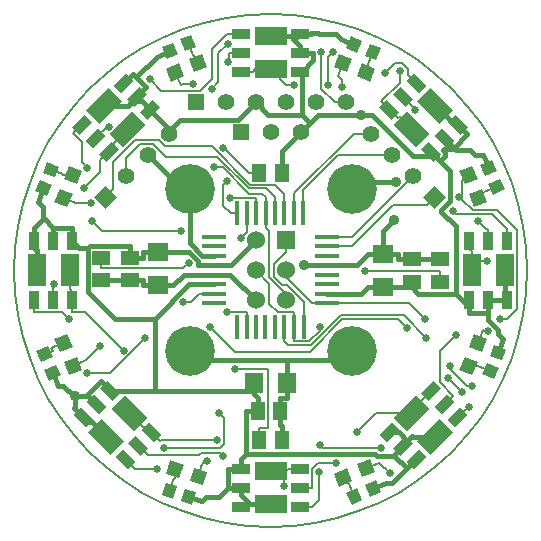
<source format=gtl>
G04 (created by PCBNEW-RS274X (2012-jan-04)-stable) date Wed 09 May 2012 11:46:24 AM CEST*
G01*
G70*
G90*
%MOIN*%
G04 Gerber Fmt 3.4, Leading zero omitted, Abs format*
%FSLAX34Y34*%
G04 APERTURE LIST*
%ADD10C,0.006000*%
%ADD11C,0.008000*%
%ADD12R,0.059100X0.035400*%
%ADD13R,0.106300X0.063000*%
%ADD14C,0.165400*%
%ADD15R,0.078700X0.017700*%
%ADD16R,0.017700X0.078700*%
%ADD17R,0.060000X0.060000*%
%ADD18C,0.060000*%
%ADD19R,0.059000X0.051100*%
%ADD20R,0.051100X0.059000*%
%ADD21R,0.055000X0.055000*%
%ADD22C,0.055000*%
%ADD23R,0.070800X0.062900*%
%ADD24R,0.062900X0.070800*%
%ADD25R,0.035400X0.059100*%
%ADD26R,0.063000X0.106300*%
%ADD27C,0.025000*%
%ADD28C,0.035000*%
%ADD29C,0.016000*%
G04 APERTURE END LIST*
G54D10*
G54D11*
X32750Y-19300D02*
X32005Y-19333D01*
X31266Y-19430D01*
X30538Y-19592D01*
X29826Y-19816D01*
X29137Y-20102D01*
X28476Y-20446D01*
X27846Y-20847D01*
X27255Y-21301D01*
X26705Y-21805D01*
X26201Y-22355D01*
X25747Y-22946D01*
X25346Y-23576D01*
X25002Y-24237D01*
X24716Y-24926D01*
X24492Y-25638D01*
X24330Y-26366D01*
X24233Y-27105D01*
X24200Y-27850D01*
X24200Y-27850D02*
X24233Y-28595D01*
X24330Y-29334D01*
X24492Y-30062D01*
X24716Y-30774D01*
X25002Y-31463D01*
X25346Y-32124D01*
X25747Y-32754D01*
X26201Y-33345D01*
X26705Y-33895D01*
X27255Y-34399D01*
X27846Y-34853D01*
X28476Y-35254D01*
X29137Y-35598D01*
X29826Y-35884D01*
X30538Y-36108D01*
X31266Y-36270D01*
X32005Y-36367D01*
X32750Y-36400D01*
X32750Y-36400D02*
X33495Y-36367D01*
X34234Y-36270D01*
X34962Y-36108D01*
X35674Y-35884D01*
X36363Y-35598D01*
X37025Y-35254D01*
X37654Y-34853D01*
X38245Y-34399D01*
X38795Y-33895D01*
X39299Y-33345D01*
X39753Y-32754D01*
X40154Y-32124D01*
X40498Y-31463D01*
X40784Y-30774D01*
X41008Y-30062D01*
X41170Y-29334D01*
X41267Y-28595D01*
X41300Y-27850D01*
X41300Y-27850D02*
X41267Y-27105D01*
X41170Y-26366D01*
X41008Y-25638D01*
X40784Y-24926D01*
X40498Y-24237D01*
X40154Y-23576D01*
X39753Y-22946D01*
X39299Y-22355D01*
X38795Y-21805D01*
X38245Y-21301D01*
X37654Y-20847D01*
X37025Y-20446D01*
X36363Y-20102D01*
X35674Y-19816D01*
X34962Y-19592D01*
X34234Y-19430D01*
X33495Y-19333D01*
X32750Y-19300D01*
G54D10*
G36*
X37683Y-21943D02*
X37266Y-21526D01*
X37517Y-21275D01*
X37934Y-21692D01*
X37683Y-21943D01*
X37683Y-21943D01*
G37*
G36*
X37237Y-22388D02*
X36820Y-21971D01*
X37071Y-21720D01*
X37488Y-22137D01*
X37237Y-22388D01*
X37237Y-22388D01*
G37*
G36*
X36792Y-22834D02*
X36375Y-22417D01*
X36626Y-22166D01*
X37043Y-22583D01*
X36792Y-22834D01*
X36792Y-22834D01*
G37*
G36*
X38183Y-24225D02*
X37766Y-23808D01*
X38017Y-23557D01*
X38434Y-23974D01*
X38183Y-24225D01*
X38183Y-24225D01*
G37*
G36*
X38629Y-23780D02*
X38212Y-23363D01*
X38463Y-23112D01*
X38880Y-23529D01*
X38629Y-23780D01*
X38629Y-23780D01*
G37*
G36*
X39074Y-23334D02*
X38657Y-22917D01*
X38908Y-22666D01*
X39325Y-23083D01*
X39074Y-23334D01*
X39074Y-23334D01*
G37*
G36*
X37613Y-23738D02*
X36862Y-22987D01*
X37307Y-22542D01*
X38058Y-23293D01*
X37613Y-23738D01*
X37613Y-23738D01*
G37*
G36*
X38393Y-22958D02*
X37642Y-22207D01*
X38087Y-21762D01*
X38838Y-22513D01*
X38393Y-22958D01*
X38393Y-22958D01*
G37*
G54D12*
X31766Y-19970D03*
X31766Y-20600D03*
X31766Y-21230D03*
X33734Y-21230D03*
X33734Y-20600D03*
X33734Y-19970D03*
G54D13*
X32750Y-21151D03*
X32750Y-20049D03*
G54D10*
G36*
X25964Y-29961D02*
X26148Y-30395D01*
X25714Y-30579D01*
X25530Y-30145D01*
X25964Y-29961D01*
X25964Y-29961D01*
G37*
G36*
X26286Y-30721D02*
X26470Y-31155D01*
X26036Y-31339D01*
X25852Y-30905D01*
X26286Y-30721D01*
X26286Y-30721D01*
G37*
G36*
X26462Y-24537D02*
X26285Y-24974D01*
X25848Y-24797D01*
X26025Y-24360D01*
X26462Y-24537D01*
X26462Y-24537D01*
G37*
G36*
X26152Y-25303D02*
X25975Y-25740D01*
X25538Y-25563D01*
X25715Y-25126D01*
X26152Y-25303D01*
X26152Y-25303D01*
G37*
G36*
X39536Y-25739D02*
X39352Y-25305D01*
X39786Y-25121D01*
X39970Y-25555D01*
X39536Y-25739D01*
X39536Y-25739D01*
G37*
G36*
X39214Y-24979D02*
X39030Y-24545D01*
X39464Y-24361D01*
X39648Y-24795D01*
X39214Y-24979D01*
X39214Y-24979D01*
G37*
G36*
X39038Y-31163D02*
X39215Y-30726D01*
X39652Y-30903D01*
X39475Y-31340D01*
X39038Y-31163D01*
X39038Y-31163D01*
G37*
G36*
X39348Y-30397D02*
X39525Y-29960D01*
X39962Y-30137D01*
X39785Y-30574D01*
X39348Y-30397D01*
X39348Y-30397D01*
G37*
G36*
X34861Y-34636D02*
X35295Y-34452D01*
X35479Y-34886D01*
X35045Y-35070D01*
X34861Y-34636D01*
X34861Y-34636D01*
G37*
G36*
X35621Y-34314D02*
X36055Y-34130D01*
X36239Y-34564D01*
X35805Y-34748D01*
X35621Y-34314D01*
X35621Y-34314D01*
G37*
G36*
X29398Y-34184D02*
X29850Y-34322D01*
X29712Y-34774D01*
X29260Y-34636D01*
X29398Y-34184D01*
X29398Y-34184D01*
G37*
G36*
X30188Y-34426D02*
X30640Y-34564D01*
X30502Y-35016D01*
X30050Y-34878D01*
X30188Y-34426D01*
X30188Y-34426D01*
G37*
G36*
X30639Y-21064D02*
X30205Y-21248D01*
X30021Y-20814D01*
X30455Y-20630D01*
X30639Y-21064D01*
X30639Y-21064D01*
G37*
G36*
X29879Y-21386D02*
X29445Y-21570D01*
X29261Y-21136D01*
X29695Y-20952D01*
X29879Y-21386D01*
X29879Y-21386D01*
G37*
G36*
X36063Y-21562D02*
X35626Y-21385D01*
X35803Y-20948D01*
X36240Y-21125D01*
X36063Y-21562D01*
X36063Y-21562D01*
G37*
G36*
X35297Y-21252D02*
X34860Y-21075D01*
X35037Y-20638D01*
X35474Y-20815D01*
X35297Y-21252D01*
X35297Y-21252D01*
G37*
G54D14*
X35450Y-30550D03*
X35450Y-25150D03*
X30050Y-25150D03*
X30050Y-30550D03*
G54D15*
X30854Y-28943D03*
X30854Y-28628D03*
X30854Y-28313D03*
X30854Y-27998D03*
X30854Y-27683D03*
X30854Y-27368D03*
X30854Y-27053D03*
X30854Y-26738D03*
X34620Y-26740D03*
X34620Y-28950D03*
X34620Y-28630D03*
X34620Y-28310D03*
X34620Y-28000D03*
X34620Y-27680D03*
X34620Y-27370D03*
X34620Y-27050D03*
G54D16*
X31638Y-25950D03*
X31952Y-25950D03*
X32268Y-25950D03*
X32582Y-25950D03*
X32898Y-25950D03*
X33212Y-25950D03*
X33528Y-25950D03*
X33842Y-25950D03*
X31640Y-29730D03*
X31950Y-29730D03*
X32270Y-29730D03*
X32580Y-29730D03*
X32890Y-29730D03*
X33210Y-29730D03*
X33530Y-29730D03*
X33850Y-29730D03*
G54D17*
X33250Y-26850D03*
G54D18*
X32250Y-26850D03*
X33250Y-27850D03*
X32250Y-27850D03*
X33250Y-28850D03*
X32250Y-28850D03*
G54D19*
X27100Y-27426D03*
X27100Y-28174D03*
G54D20*
X32376Y-24600D03*
X33124Y-24600D03*
X32376Y-33500D03*
X33124Y-33500D03*
G54D19*
X38400Y-28224D03*
X38400Y-27476D03*
G54D20*
X32326Y-32550D03*
X33074Y-32550D03*
G54D21*
X30250Y-22250D03*
G54D22*
X31250Y-22250D03*
X32250Y-22250D03*
X33250Y-22250D03*
X34250Y-22250D03*
X35250Y-22250D03*
G54D10*
G36*
X27239Y-25800D02*
X26850Y-25411D01*
X27239Y-25022D01*
X27628Y-25411D01*
X27239Y-25800D01*
X27239Y-25800D01*
G37*
G54D22*
X27946Y-24704D03*
X28654Y-23996D03*
X29361Y-23289D03*
G54D10*
G36*
X38600Y-25411D02*
X38211Y-25800D01*
X37822Y-25411D01*
X38211Y-25022D01*
X38600Y-25411D01*
X38600Y-25411D01*
G37*
G54D22*
X37504Y-24704D03*
X36796Y-23996D03*
X36089Y-23289D03*
G54D23*
X29000Y-27249D03*
X29000Y-28351D03*
X36500Y-28401D03*
X36500Y-27299D03*
G54D19*
X28050Y-27426D03*
X28050Y-28174D03*
X37450Y-28224D03*
X37450Y-27476D03*
G54D24*
X32199Y-31600D03*
X33301Y-31600D03*
G54D12*
X33734Y-35730D03*
X33734Y-35100D03*
X33734Y-34470D03*
X31766Y-34470D03*
X31766Y-35100D03*
X31766Y-35730D03*
G54D13*
X32750Y-34549D03*
X32750Y-35651D03*
G54D10*
G36*
X38657Y-32833D02*
X39074Y-32416D01*
X39325Y-32667D01*
X38908Y-33084D01*
X38657Y-32833D01*
X38657Y-32833D01*
G37*
G36*
X38212Y-32387D02*
X38629Y-31970D01*
X38880Y-32221D01*
X38463Y-32638D01*
X38212Y-32387D01*
X38212Y-32387D01*
G37*
G36*
X37766Y-31942D02*
X38183Y-31525D01*
X38434Y-31776D01*
X38017Y-32193D01*
X37766Y-31942D01*
X37766Y-31942D01*
G37*
G36*
X36375Y-33333D02*
X36792Y-32916D01*
X37043Y-33167D01*
X36626Y-33584D01*
X36375Y-33333D01*
X36375Y-33333D01*
G37*
G36*
X36820Y-33779D02*
X37237Y-33362D01*
X37488Y-33613D01*
X37071Y-34030D01*
X36820Y-33779D01*
X36820Y-33779D01*
G37*
G36*
X37266Y-34224D02*
X37683Y-33807D01*
X37934Y-34058D01*
X37517Y-34475D01*
X37266Y-34224D01*
X37266Y-34224D01*
G37*
G36*
X36862Y-32763D02*
X37613Y-32012D01*
X38058Y-32457D01*
X37307Y-33208D01*
X36862Y-32763D01*
X36862Y-32763D01*
G37*
G36*
X37642Y-33543D02*
X38393Y-32792D01*
X38838Y-33237D01*
X38087Y-33988D01*
X37642Y-33543D01*
X37642Y-33543D01*
G37*
G54D25*
X40630Y-26866D03*
X40000Y-26866D03*
X39370Y-26866D03*
X39370Y-28834D03*
X40000Y-28834D03*
X40630Y-28834D03*
G54D26*
X39449Y-27850D03*
X40551Y-27850D03*
G54D10*
G36*
X26793Y-22917D02*
X26376Y-23334D01*
X26125Y-23083D01*
X26542Y-22666D01*
X26793Y-22917D01*
X26793Y-22917D01*
G37*
G36*
X27238Y-23363D02*
X26821Y-23780D01*
X26570Y-23529D01*
X26987Y-23112D01*
X27238Y-23363D01*
X27238Y-23363D01*
G37*
G36*
X27684Y-23808D02*
X27267Y-24225D01*
X27016Y-23974D01*
X27433Y-23557D01*
X27684Y-23808D01*
X27684Y-23808D01*
G37*
G36*
X29075Y-22417D02*
X28658Y-22834D01*
X28407Y-22583D01*
X28824Y-22166D01*
X29075Y-22417D01*
X29075Y-22417D01*
G37*
G36*
X28630Y-21971D02*
X28213Y-22388D01*
X27962Y-22137D01*
X28379Y-21720D01*
X28630Y-21971D01*
X28630Y-21971D01*
G37*
G36*
X28184Y-21526D02*
X27767Y-21943D01*
X27516Y-21692D01*
X27933Y-21275D01*
X28184Y-21526D01*
X28184Y-21526D01*
G37*
G36*
X28588Y-22987D02*
X27837Y-23738D01*
X27392Y-23293D01*
X28143Y-22542D01*
X28588Y-22987D01*
X28588Y-22987D01*
G37*
G36*
X27808Y-22207D02*
X27057Y-22958D01*
X26612Y-22513D01*
X27363Y-21762D01*
X27808Y-22207D01*
X27808Y-22207D01*
G37*
G54D25*
X24870Y-28834D03*
X25500Y-28834D03*
X26130Y-28834D03*
X26130Y-26866D03*
X25500Y-26866D03*
X24870Y-26866D03*
G54D26*
X26051Y-27850D03*
X24949Y-27850D03*
G54D10*
G36*
X27817Y-33807D02*
X28234Y-34224D01*
X27983Y-34475D01*
X27566Y-34058D01*
X27817Y-33807D01*
X27817Y-33807D01*
G37*
G36*
X28263Y-33362D02*
X28680Y-33779D01*
X28429Y-34030D01*
X28012Y-33613D01*
X28263Y-33362D01*
X28263Y-33362D01*
G37*
G36*
X28708Y-32916D02*
X29125Y-33333D01*
X28874Y-33584D01*
X28457Y-33167D01*
X28708Y-32916D01*
X28708Y-32916D01*
G37*
G36*
X27317Y-31525D02*
X27734Y-31942D01*
X27483Y-32193D01*
X27066Y-31776D01*
X27317Y-31525D01*
X27317Y-31525D01*
G37*
G36*
X26871Y-31970D02*
X27288Y-32387D01*
X27037Y-32638D01*
X26620Y-32221D01*
X26871Y-31970D01*
X26871Y-31970D01*
G37*
G36*
X26426Y-32416D02*
X26843Y-32833D01*
X26592Y-33084D01*
X26175Y-32667D01*
X26426Y-32416D01*
X26426Y-32416D01*
G37*
G36*
X27887Y-32012D02*
X28638Y-32763D01*
X28193Y-33208D01*
X27442Y-32457D01*
X27887Y-32012D01*
X27887Y-32012D01*
G37*
G36*
X27107Y-32792D02*
X27858Y-33543D01*
X27413Y-33988D01*
X26662Y-33237D01*
X27107Y-32792D01*
X27107Y-32792D01*
G37*
G36*
X35447Y-35656D02*
X35278Y-35259D01*
X35639Y-35106D01*
X35808Y-35503D01*
X35447Y-35656D01*
X35447Y-35656D01*
G37*
G36*
X36061Y-35394D02*
X35892Y-34997D01*
X36253Y-34844D01*
X36422Y-35241D01*
X36061Y-35394D01*
X36061Y-35394D01*
G37*
G36*
X40202Y-31473D02*
X39801Y-31311D01*
X39948Y-30947D01*
X40349Y-31109D01*
X40202Y-31473D01*
X40202Y-31473D01*
G37*
G36*
X40452Y-30853D02*
X40051Y-30691D01*
X40198Y-30327D01*
X40599Y-30489D01*
X40452Y-30853D01*
X40452Y-30853D01*
G37*
G36*
X40556Y-25153D02*
X40159Y-25322D01*
X40006Y-24961D01*
X40403Y-24792D01*
X40556Y-25153D01*
X40556Y-25153D01*
G37*
G36*
X40294Y-24539D02*
X39897Y-24708D01*
X39744Y-24347D01*
X40141Y-24178D01*
X40294Y-24539D01*
X40294Y-24539D01*
G37*
G36*
X36423Y-20448D02*
X36261Y-20849D01*
X35897Y-20702D01*
X36059Y-20301D01*
X36423Y-20448D01*
X36423Y-20448D01*
G37*
G36*
X35803Y-20198D02*
X35641Y-20599D01*
X35277Y-20452D01*
X35439Y-20051D01*
X35803Y-20198D01*
X35803Y-20198D01*
G37*
G36*
X30103Y-19994D02*
X30272Y-20391D01*
X29911Y-20544D01*
X29742Y-20147D01*
X30103Y-19994D01*
X30103Y-19994D01*
G37*
G36*
X29489Y-20256D02*
X29658Y-20653D01*
X29297Y-20806D01*
X29128Y-20409D01*
X29489Y-20256D01*
X29489Y-20256D01*
G37*
G36*
X25298Y-24227D02*
X25699Y-24389D01*
X25552Y-24753D01*
X25151Y-24591D01*
X25298Y-24227D01*
X25298Y-24227D01*
G37*
G36*
X25048Y-24847D02*
X25449Y-25009D01*
X25302Y-25373D01*
X24901Y-25211D01*
X25048Y-24847D01*
X25048Y-24847D01*
G37*
G36*
X24944Y-30547D02*
X25341Y-30378D01*
X25494Y-30739D01*
X25097Y-30908D01*
X24944Y-30547D01*
X24944Y-30547D01*
G37*
G36*
X25206Y-31161D02*
X25603Y-30992D01*
X25756Y-31353D01*
X25359Y-31522D01*
X25206Y-31161D01*
X25206Y-31161D01*
G37*
G36*
X29130Y-35351D02*
X29257Y-34938D01*
X29632Y-35053D01*
X29505Y-35466D01*
X29130Y-35351D01*
X29130Y-35351D01*
G37*
G36*
X29768Y-35547D02*
X29895Y-35134D01*
X30270Y-35249D01*
X30143Y-35662D01*
X29768Y-35547D01*
X29768Y-35547D01*
G37*
G54D21*
X31750Y-23250D03*
G54D22*
X32750Y-23250D03*
X33750Y-23250D03*
G54D27*
X34445Y-20567D03*
X31304Y-24870D03*
X37946Y-30098D03*
X34389Y-29733D03*
X34407Y-33664D03*
X33191Y-35052D03*
X36424Y-33768D03*
X35633Y-33243D03*
X39956Y-27532D03*
X39450Y-31700D03*
X38728Y-31040D03*
X37055Y-21190D03*
X34674Y-21668D03*
X34829Y-20570D03*
X33526Y-21662D03*
X26546Y-25092D03*
X27851Y-30524D03*
X30954Y-33494D03*
X34929Y-34270D03*
X38921Y-29995D03*
X39650Y-26198D03*
X37565Y-22517D03*
X31329Y-20914D03*
X27355Y-23054D03*
X25538Y-28294D03*
X31156Y-34051D03*
X34371Y-34566D03*
X39373Y-32401D03*
X38826Y-25858D03*
X36557Y-21277D03*
X28724Y-21483D03*
X26632Y-24424D03*
X26037Y-29474D03*
X26800Y-26196D03*
X29771Y-26536D03*
X31020Y-32613D03*
X29191Y-33770D03*
X28975Y-34472D03*
X26628Y-31280D03*
X28579Y-30109D03*
X29832Y-28912D03*
X31167Y-23764D03*
X31328Y-20288D03*
X30783Y-21795D03*
X30870Y-24410D03*
X31389Y-25442D03*
X37881Y-29459D03*
X31757Y-26772D03*
X27076Y-30383D03*
X39014Y-25410D03*
X31302Y-29243D03*
X36726Y-34604D03*
X39983Y-29884D03*
X35132Y-21742D03*
X30175Y-21636D03*
X40382Y-29480D03*
X26774Y-25606D03*
X38672Y-31421D03*
X39146Y-31895D03*
X30644Y-34192D03*
G54D28*
X33869Y-27680D03*
X36939Y-24887D03*
X36879Y-26154D03*
G54D27*
X35902Y-27875D03*
X31566Y-31139D03*
X30017Y-27602D03*
X30741Y-29747D03*
X37304Y-29774D03*
G54D28*
X26220Y-32053D03*
X35755Y-22669D03*
G54D10*
X35250Y-22250D02*
X34903Y-22250D01*
X34445Y-21792D02*
X34445Y-20567D01*
X34903Y-22250D02*
X34445Y-21792D01*
X31425Y-25950D02*
X31638Y-25950D01*
X31164Y-25689D02*
X31425Y-25950D01*
X31164Y-25010D02*
X31164Y-25689D01*
X31304Y-24870D02*
X31164Y-25010D01*
X37186Y-29338D02*
X35095Y-29338D01*
X35095Y-29338D02*
X34094Y-30339D01*
X33210Y-30216D02*
X33210Y-29730D01*
X33333Y-30339D02*
X33210Y-30216D01*
X37946Y-30098D02*
X37186Y-29338D01*
X34094Y-30339D02*
X33333Y-30339D01*
X33850Y-28893D02*
X33850Y-29730D01*
X33306Y-28349D02*
X33850Y-28893D01*
X33142Y-28349D02*
X33306Y-28349D01*
X32856Y-28063D02*
X33142Y-28349D01*
X32856Y-27637D02*
X32856Y-28063D01*
X33250Y-27243D02*
X32856Y-27637D01*
X33250Y-26850D02*
X33250Y-27243D01*
X32700Y-28300D02*
X32250Y-27850D01*
X32700Y-28962D02*
X32700Y-28300D01*
X32981Y-29243D02*
X32700Y-28962D01*
X33530Y-29243D02*
X32981Y-29243D01*
X34389Y-29854D02*
X34389Y-29733D01*
X34027Y-30216D02*
X34389Y-29854D01*
X33530Y-30216D02*
X34027Y-30216D01*
X33530Y-29730D02*
X33530Y-30216D01*
X33530Y-29730D02*
X33530Y-29243D01*
G54D11*
X36424Y-33768D02*
X34511Y-33768D01*
X34511Y-33768D02*
X34407Y-33664D01*
X33191Y-34549D02*
X33191Y-35052D01*
X32750Y-34549D02*
X33191Y-34549D01*
X33734Y-34470D02*
X33336Y-34470D01*
X33257Y-34549D02*
X33191Y-34549D01*
X33336Y-34470D02*
X33257Y-34549D01*
X38100Y-31859D02*
X37460Y-32499D01*
X37460Y-32499D02*
X37460Y-32610D01*
X37460Y-32610D02*
X36266Y-32610D01*
X36266Y-32610D02*
X35633Y-33243D01*
X39449Y-27850D02*
X39449Y-27532D01*
X39370Y-27136D02*
X39370Y-26866D01*
X39449Y-27532D02*
X39449Y-27215D01*
X39449Y-27532D02*
X39956Y-27532D01*
X39449Y-27215D02*
X39370Y-27136D01*
X37047Y-22726D02*
X37046Y-22727D01*
X36709Y-22500D02*
X36427Y-22217D01*
X36427Y-22217D02*
X37055Y-21589D01*
X37055Y-21589D02*
X37055Y-21190D01*
X37460Y-23140D02*
X37047Y-22726D01*
X37044Y-22727D02*
X36990Y-22781D01*
X38728Y-31128D02*
X39300Y-31700D01*
X38728Y-31040D02*
X38728Y-31128D01*
X37046Y-22727D02*
X37044Y-22727D01*
X36990Y-22781D02*
X36709Y-22500D01*
X39300Y-31700D02*
X39450Y-31700D01*
X34829Y-20570D02*
X34674Y-20725D01*
X33261Y-21662D02*
X33526Y-21662D01*
X32750Y-21151D02*
X32243Y-21151D01*
X31766Y-21230D02*
X32164Y-21230D01*
X34674Y-20725D02*
X34674Y-21668D01*
X32750Y-21151D02*
X33261Y-21662D01*
X32243Y-21151D02*
X32164Y-21230D01*
X27068Y-24173D02*
X27068Y-24174D01*
X27068Y-24570D02*
X26546Y-25092D01*
X27540Y-23590D02*
X27540Y-23701D01*
X27990Y-23140D02*
X27540Y-23590D01*
X27068Y-24174D02*
X27068Y-24570D01*
X27350Y-23891D02*
X27068Y-24173D01*
X27540Y-23701D02*
X27350Y-23891D01*
X26051Y-27850D02*
X26051Y-28485D01*
X26051Y-28485D02*
X26130Y-28564D01*
X26560Y-29233D02*
X27851Y-30524D01*
X26130Y-28834D02*
X26130Y-29233D01*
X26130Y-29233D02*
X26560Y-29233D01*
X26130Y-28564D02*
X26130Y-28834D01*
X28490Y-33060D02*
X28601Y-33060D01*
X28601Y-33060D02*
X28791Y-33250D01*
X28040Y-32610D02*
X28490Y-33060D01*
X29112Y-33494D02*
X30954Y-33494D01*
X29074Y-33532D02*
X29112Y-33494D01*
X28791Y-33250D02*
X29074Y-33532D01*
X34333Y-34270D02*
X34929Y-34270D01*
X34133Y-34470D02*
X34333Y-34270D01*
X34133Y-35100D02*
X34133Y-34470D01*
X33734Y-35100D02*
X34133Y-35100D01*
X38387Y-30529D02*
X38921Y-29995D01*
X38387Y-31581D02*
X38387Y-30529D01*
X38828Y-32022D02*
X38387Y-31581D01*
X38546Y-32304D02*
X38828Y-32022D01*
X39919Y-26467D02*
X39650Y-26198D01*
X40000Y-26467D02*
X39919Y-26467D01*
X40000Y-26866D02*
X40000Y-26467D01*
X37565Y-22465D02*
X37565Y-22517D01*
X37154Y-22054D02*
X37565Y-22465D01*
X31367Y-20876D02*
X31329Y-20914D01*
X31367Y-20600D02*
X31367Y-20876D01*
X31766Y-20600D02*
X31367Y-20600D01*
X26904Y-23446D02*
X27296Y-23054D01*
X27296Y-23054D02*
X27355Y-23054D01*
X25500Y-28834D02*
X25500Y-28332D01*
X25500Y-28332D02*
X25538Y-28294D01*
X28346Y-33696D02*
X28658Y-34008D01*
X28658Y-34008D02*
X30360Y-34008D01*
X31058Y-33953D02*
X31156Y-34051D01*
X30415Y-33953D02*
X31058Y-33953D01*
X30360Y-34008D02*
X30415Y-33953D01*
X33734Y-35730D02*
X34133Y-35730D01*
X34371Y-35492D02*
X34371Y-34566D01*
X34133Y-35730D02*
X34371Y-35492D01*
X39274Y-32467D02*
X39307Y-32467D01*
X38991Y-32750D02*
X39274Y-32467D01*
X39307Y-32467D02*
X39373Y-32401D01*
X40630Y-26866D02*
X40630Y-26467D01*
X40630Y-26467D02*
X40132Y-25969D01*
X40132Y-25969D02*
X38937Y-25969D01*
X38937Y-25969D02*
X38826Y-25858D01*
X37119Y-20928D02*
X37318Y-21127D01*
X36906Y-20928D02*
X37119Y-20928D01*
X36557Y-21277D02*
X36906Y-20928D01*
X37318Y-21127D02*
X37318Y-21326D01*
X37318Y-21326D02*
X37600Y-21609D01*
X31367Y-19970D02*
X31287Y-19970D01*
X31287Y-19970D02*
X30801Y-20456D01*
X30801Y-20456D02*
X30801Y-21455D01*
X30801Y-21455D02*
X30385Y-21871D01*
X30385Y-21871D02*
X29112Y-21871D01*
X29112Y-21871D02*
X28724Y-21483D01*
X31766Y-19970D02*
X31367Y-19970D01*
X26459Y-24251D02*
X26632Y-24424D01*
X26459Y-23565D02*
X26459Y-24251D01*
X26177Y-23282D02*
X26459Y-23565D01*
X26459Y-23000D02*
X26177Y-23282D01*
X24870Y-28834D02*
X24870Y-29233D01*
X25796Y-29233D02*
X26037Y-29474D01*
X24870Y-29233D02*
X25796Y-29233D01*
X26800Y-26196D02*
X27140Y-26536D01*
X27140Y-26536D02*
X29771Y-26536D01*
X29191Y-33770D02*
X31063Y-33770D01*
X31063Y-33770D02*
X31183Y-33650D01*
X31183Y-33650D02*
X31183Y-32776D01*
X31183Y-32776D02*
X31020Y-32613D01*
X28231Y-34472D02*
X28975Y-34472D01*
X27900Y-34141D02*
X28231Y-34472D01*
G54D10*
X30084Y-28912D02*
X29832Y-28912D01*
X30854Y-28628D02*
X30368Y-28628D01*
X30368Y-28628D02*
X30084Y-28912D01*
X26628Y-31280D02*
X27408Y-31280D01*
X27408Y-31280D02*
X28579Y-30109D01*
X35464Y-27050D02*
X34620Y-27050D01*
X36843Y-25671D02*
X35464Y-27050D01*
X37950Y-25671D02*
X36843Y-25671D01*
X37951Y-25671D02*
X37950Y-25671D01*
X38211Y-25411D02*
X37951Y-25671D01*
X35468Y-26740D02*
X34620Y-26740D01*
X37504Y-24704D02*
X35468Y-26740D01*
X33842Y-25166D02*
X33842Y-25950D01*
X35012Y-23996D02*
X33842Y-25166D01*
X36796Y-23996D02*
X35012Y-23996D01*
X33528Y-25950D02*
X33528Y-25280D01*
X33528Y-25280D02*
X35519Y-23289D01*
X35519Y-23289D02*
X36089Y-23289D01*
X31328Y-20288D02*
X31013Y-20603D01*
X31013Y-21565D02*
X30783Y-21795D01*
X31013Y-20603D02*
X31013Y-21565D01*
X32582Y-25950D02*
X32582Y-26436D01*
X32582Y-25419D02*
X32451Y-25288D01*
X32451Y-25288D02*
X32030Y-25288D01*
X32030Y-25288D02*
X31152Y-24410D01*
X31152Y-24410D02*
X30870Y-24410D01*
X32582Y-25950D02*
X32582Y-25419D01*
X32694Y-26548D02*
X32582Y-26436D01*
X32694Y-28076D02*
X32694Y-26548D01*
X33250Y-28632D02*
X32694Y-28076D01*
X32376Y-24600D02*
X32028Y-24600D01*
X31192Y-23764D02*
X31167Y-23764D01*
X32028Y-24600D02*
X31192Y-23764D01*
X33250Y-28850D02*
X33250Y-28632D01*
X32268Y-25950D02*
X32268Y-25463D01*
X32247Y-25442D02*
X32268Y-25463D01*
X31389Y-25442D02*
X32247Y-25442D01*
X34620Y-28950D02*
X34134Y-28950D01*
X37372Y-28950D02*
X37881Y-29459D01*
X34620Y-28950D02*
X37372Y-28950D01*
X34134Y-28950D02*
X33250Y-28066D01*
X33250Y-28066D02*
X33250Y-27850D01*
X27946Y-24092D02*
X27946Y-24704D01*
X32898Y-25950D02*
X32898Y-25413D01*
X32898Y-25413D02*
X32599Y-25114D01*
X32599Y-25114D02*
X32029Y-25114D01*
X32029Y-25114D02*
X30970Y-24055D01*
X30970Y-24055D02*
X29247Y-24055D01*
X29247Y-24055D02*
X28819Y-23627D01*
X28819Y-23627D02*
X28411Y-23627D01*
X28411Y-23627D02*
X27946Y-24092D01*
X33212Y-25313D02*
X32890Y-24991D01*
X29234Y-23693D02*
X29044Y-23503D01*
X29044Y-23503D02*
X28220Y-23503D01*
X27499Y-24224D02*
X27499Y-25150D01*
X27499Y-25150D02*
X27500Y-25150D01*
X27239Y-25411D02*
X27500Y-25150D01*
X28220Y-23503D02*
X27499Y-24224D01*
X33212Y-25950D02*
X33212Y-25313D01*
X32890Y-24991D02*
X32079Y-24991D01*
X32079Y-24991D02*
X30781Y-23693D01*
X30781Y-23693D02*
X29234Y-23693D01*
X31952Y-26577D02*
X31952Y-25950D01*
X31757Y-26772D02*
X31952Y-26577D01*
X26274Y-25606D02*
X26774Y-25606D01*
X26161Y-31030D02*
X26586Y-30850D01*
X35167Y-20945D02*
X34994Y-21374D01*
X30345Y-34721D02*
X30471Y-34310D01*
X29750Y-21686D02*
X29800Y-21636D01*
X29800Y-21636D02*
X30175Y-21636D01*
X29570Y-21261D02*
X29750Y-21686D01*
X26586Y-30850D02*
X26588Y-30850D01*
X26588Y-30850D02*
X27055Y-30383D01*
X27055Y-30383D02*
X27076Y-30383D01*
X25845Y-25433D02*
X26274Y-25606D01*
X31950Y-29730D02*
X31950Y-29243D01*
X30471Y-34310D02*
X30589Y-34192D01*
X30589Y-34192D02*
X30644Y-34192D01*
X31950Y-29243D02*
X31302Y-29243D01*
X40615Y-29480D02*
X40382Y-29480D01*
X35964Y-34429D02*
X36362Y-34264D01*
X36362Y-34264D02*
X36540Y-34442D01*
X36540Y-34442D02*
X36551Y-34442D01*
X39339Y-24670D02*
X39143Y-24866D01*
X36713Y-34604D02*
X36726Y-34604D01*
X34994Y-21374D02*
X34993Y-21374D01*
X34993Y-21374D02*
X34993Y-21375D01*
X34993Y-21375D02*
X35132Y-21514D01*
X35132Y-21514D02*
X35132Y-21742D01*
X35940Y-34429D02*
X35964Y-34429D01*
X36551Y-34442D02*
X36713Y-34604D01*
X39871Y-29873D02*
X39983Y-29873D01*
X39143Y-25494D02*
X39483Y-25834D01*
X39483Y-25834D02*
X40302Y-25834D01*
X40302Y-25834D02*
X40960Y-26492D01*
X40960Y-26492D02*
X40960Y-29135D01*
X40960Y-29135D02*
X40615Y-29480D01*
X39143Y-24866D02*
X39143Y-25410D01*
X39836Y-29839D02*
X39836Y-29838D01*
X39836Y-29838D02*
X39871Y-29873D01*
X39983Y-29873D02*
X39994Y-29884D01*
X39994Y-29884D02*
X39983Y-29884D01*
X39014Y-25410D02*
X39143Y-25410D01*
X39146Y-31895D02*
X38672Y-31421D01*
X35930Y-34439D02*
X35940Y-34429D01*
X39655Y-30267D02*
X39828Y-29839D01*
X39143Y-25410D02*
X39143Y-25494D01*
X39828Y-29839D02*
X39836Y-29839D01*
G54D29*
X30050Y-26940D02*
X30478Y-27368D01*
X28654Y-23996D02*
X29808Y-25150D01*
X34620Y-27680D02*
X33869Y-27680D01*
X29808Y-25150D02*
X30050Y-25150D01*
X29850Y-27998D02*
X29497Y-28351D01*
X29000Y-28351D02*
X28503Y-28351D01*
X37450Y-27476D02*
X37012Y-27476D01*
X28050Y-28174D02*
X28488Y-28174D01*
X37012Y-27314D02*
X36997Y-27299D01*
X37012Y-27476D02*
X37012Y-27314D01*
X36500Y-26533D02*
X36879Y-26154D01*
X36500Y-27299D02*
X36997Y-27299D01*
X36500Y-27299D02*
X36500Y-26533D01*
X30050Y-25150D02*
X30050Y-26940D01*
X30337Y-30837D02*
X30050Y-30550D01*
X33301Y-30837D02*
X30337Y-30837D01*
X33074Y-32550D02*
X33074Y-32112D01*
X33074Y-32550D02*
X33074Y-32988D01*
X33301Y-31600D02*
X33301Y-32097D01*
X36003Y-27299D02*
X35622Y-27680D01*
X33301Y-31600D02*
X33301Y-30837D01*
X30854Y-27998D02*
X29850Y-27998D01*
X31398Y-27998D02*
X30854Y-27998D01*
X30478Y-27368D02*
X30854Y-27368D01*
X35622Y-27680D02*
X34620Y-27680D01*
X35450Y-30550D02*
X35163Y-30837D01*
X29000Y-28351D02*
X29497Y-28351D01*
X36500Y-27299D02*
X36003Y-27299D01*
X28050Y-28174D02*
X27100Y-28174D01*
X35163Y-30837D02*
X33301Y-30837D01*
X36939Y-24887D02*
X35713Y-24887D01*
X35713Y-24887D02*
X35450Y-25150D01*
X32250Y-28850D02*
X31398Y-27998D01*
X33301Y-32097D02*
X33089Y-32097D01*
X33089Y-32097D02*
X33074Y-32112D01*
X33124Y-33500D02*
X33124Y-33038D01*
X33124Y-33038D02*
X33074Y-32988D01*
X28503Y-28351D02*
X28503Y-28189D01*
X28503Y-28189D02*
X28488Y-28174D01*
X38400Y-27476D02*
X37450Y-27476D01*
G54D10*
X38400Y-27875D02*
X35902Y-27875D01*
X38400Y-28224D02*
X38400Y-27875D01*
X32660Y-31139D02*
X31566Y-31139D01*
X32376Y-33112D02*
X32660Y-33112D01*
X32376Y-33500D02*
X32376Y-33112D01*
X32676Y-31155D02*
X32660Y-31139D01*
X32676Y-33096D02*
X32676Y-31155D01*
X32660Y-33112D02*
X32676Y-33096D01*
X27100Y-27426D02*
X27100Y-27775D01*
X29844Y-27775D02*
X30017Y-27602D01*
X27100Y-27775D02*
X29844Y-27775D01*
X31551Y-30557D02*
X30741Y-29747D01*
X37304Y-29774D02*
X37002Y-29472D01*
X35136Y-29472D02*
X34051Y-30557D01*
X37002Y-29472D02*
X35136Y-29472D01*
X34051Y-30557D02*
X31551Y-30557D01*
X25821Y-24650D02*
X25838Y-24667D01*
X25425Y-24490D02*
X25821Y-24650D01*
X25838Y-24667D02*
X26155Y-24667D01*
X35995Y-21193D02*
X35933Y-21255D01*
X35995Y-20975D02*
X35995Y-21193D01*
X36159Y-20578D02*
X35995Y-20975D01*
X36160Y-20578D02*
X36159Y-20578D01*
X36160Y-20575D02*
X36160Y-20578D01*
X40072Y-31209D02*
X39675Y-31045D01*
X39357Y-31045D02*
X39345Y-31033D01*
X40075Y-31209D02*
X40072Y-31209D01*
X40075Y-31210D02*
X40075Y-31209D01*
X39675Y-31045D02*
X39357Y-31045D01*
X40280Y-25057D02*
X40281Y-25057D01*
X40278Y-25059D02*
X40280Y-25057D01*
X39880Y-25224D02*
X40278Y-25059D01*
X39674Y-25430D02*
X39880Y-25224D01*
X39661Y-25430D02*
X39674Y-25430D01*
X35170Y-34761D02*
X35170Y-34774D01*
X35170Y-34774D02*
X35376Y-34980D01*
X35376Y-34980D02*
X35541Y-35378D01*
X35541Y-35379D02*
X35543Y-35381D01*
X35541Y-35378D02*
X35541Y-35379D01*
X25493Y-30529D02*
X25219Y-30643D01*
X25414Y-30450D02*
X25493Y-30529D01*
X25839Y-30270D02*
X25414Y-30450D01*
X30330Y-20820D02*
X30330Y-20939D01*
X30174Y-20664D02*
X30330Y-20820D01*
X30007Y-20269D02*
X30174Y-20664D01*
X29555Y-34764D02*
X29555Y-34479D01*
X29497Y-34822D02*
X29555Y-34764D01*
X29381Y-35202D02*
X29497Y-34822D01*
G54D29*
X36876Y-34037D02*
X36284Y-34037D01*
X24949Y-27850D02*
X24949Y-27176D01*
X24949Y-27176D02*
X24870Y-27097D01*
X25185Y-26113D02*
X24870Y-26428D01*
X24870Y-27097D02*
X24870Y-26866D01*
X25175Y-26103D02*
X25185Y-26113D01*
X36215Y-33968D02*
X31928Y-33968D01*
X24994Y-25560D02*
X25175Y-25741D01*
X32199Y-31600D02*
X32199Y-31859D01*
X24993Y-25560D02*
X24994Y-25560D01*
X25481Y-31257D02*
X25671Y-31703D01*
X25185Y-26113D02*
X25500Y-26428D01*
X31928Y-33968D02*
X31766Y-34130D01*
X25175Y-25110D02*
X24993Y-25560D01*
X31373Y-35100D02*
X31328Y-35100D01*
X26662Y-27112D02*
X26746Y-27028D01*
X25175Y-25741D02*
X25175Y-26103D01*
X31766Y-35100D02*
X31373Y-35100D01*
X24870Y-26866D02*
X24870Y-26428D01*
X31766Y-35730D02*
X31961Y-35535D01*
X32199Y-31985D02*
X32326Y-32112D01*
X32199Y-31859D02*
X32199Y-31985D01*
X32326Y-32550D02*
X32326Y-32112D01*
X32326Y-32550D02*
X31928Y-32550D01*
X31928Y-33968D02*
X31928Y-32550D01*
X25831Y-31703D02*
X25671Y-31703D01*
X36284Y-34037D02*
X36215Y-33968D01*
X28296Y-22054D02*
X28296Y-22209D01*
X36500Y-28401D02*
X36003Y-28401D01*
X33734Y-21230D02*
X33795Y-21230D01*
X34172Y-20853D02*
X33795Y-21230D01*
X34172Y-20600D02*
X34172Y-20853D01*
X32669Y-22669D02*
X32250Y-22250D01*
X33795Y-22669D02*
X32669Y-22669D01*
X33795Y-22669D02*
X33795Y-21230D01*
X34063Y-22937D02*
X33795Y-22669D01*
X34331Y-22669D02*
X34063Y-22937D01*
X35755Y-22669D02*
X34331Y-22669D01*
X34063Y-22937D02*
X33750Y-23250D01*
X27850Y-21609D02*
X28160Y-21299D01*
X28141Y-22209D02*
X28296Y-22209D01*
X27986Y-22364D02*
X28141Y-22209D01*
X26784Y-32913D02*
X26673Y-32913D01*
X26509Y-32750D02*
X26199Y-32440D01*
X30854Y-27683D02*
X30318Y-27683D01*
X27090Y-31549D02*
X26645Y-31994D01*
X27981Y-22360D02*
X27986Y-22364D01*
X27210Y-22360D02*
X27981Y-22360D01*
X28450Y-22209D02*
X28741Y-22500D01*
X28296Y-22209D02*
X28450Y-22209D01*
X33734Y-20600D02*
X34172Y-20600D01*
X28296Y-22054D02*
X28606Y-21744D01*
X29393Y-20531D02*
X28947Y-20721D01*
X26746Y-27028D02*
X28050Y-27028D01*
X34365Y-19970D02*
X34334Y-19939D01*
X34917Y-19970D02*
X34365Y-19970D01*
X35090Y-20143D02*
X34917Y-19970D01*
X35540Y-20325D02*
X35090Y-20143D01*
X28884Y-31859D02*
X27400Y-31859D01*
X28884Y-31859D02*
X28884Y-29474D01*
X30045Y-28313D02*
X30854Y-28313D01*
X28884Y-29474D02*
X30045Y-28313D01*
X26376Y-27112D02*
X26662Y-27112D01*
X26130Y-26866D02*
X26376Y-27112D01*
X26662Y-28566D02*
X26662Y-27112D01*
X27570Y-29474D02*
X26662Y-28566D01*
X28884Y-29474D02*
X27570Y-29474D01*
X34334Y-19939D02*
X34113Y-19939D01*
X40551Y-27850D02*
X40551Y-28524D01*
X37465Y-33385D02*
X37309Y-33541D01*
X38437Y-25887D02*
X38437Y-25842D01*
X31766Y-35341D02*
X31961Y-35535D01*
X31766Y-35100D02*
X31766Y-35341D01*
X32076Y-35651D02*
X32750Y-35651D01*
X31961Y-35535D02*
X32076Y-35651D01*
X31030Y-35398D02*
X31328Y-35100D01*
X30581Y-35398D02*
X31030Y-35398D01*
X30450Y-35529D02*
X30581Y-35398D01*
X30450Y-35530D02*
X30450Y-35529D01*
X30019Y-35398D02*
X30450Y-35530D01*
X31766Y-34470D02*
X31328Y-34470D01*
X32199Y-31859D02*
X28884Y-31859D01*
X31328Y-35100D02*
X31328Y-34470D01*
X27260Y-33390D02*
X26784Y-32913D01*
X26181Y-32053D02*
X25831Y-31703D01*
X26220Y-32053D02*
X26181Y-32053D01*
X26549Y-32790D02*
X26509Y-32750D01*
X26550Y-32790D02*
X26549Y-32790D01*
X26591Y-32831D02*
X26550Y-32790D01*
X26673Y-32913D02*
X26591Y-32831D01*
X30318Y-27523D02*
X30318Y-27683D01*
X30044Y-27249D02*
X30318Y-27523D01*
X29000Y-27249D02*
X30044Y-27249D01*
X31766Y-34130D02*
X31766Y-34470D01*
X27400Y-31859D02*
X27090Y-31549D01*
X26954Y-32304D02*
X26645Y-31994D01*
X26220Y-32419D02*
X26220Y-32053D01*
X26199Y-32440D02*
X26220Y-32419D01*
X26586Y-32053D02*
X26645Y-31994D01*
X26220Y-32053D02*
X26586Y-32053D01*
X28503Y-27411D02*
X28488Y-27426D01*
X28503Y-27249D02*
X28503Y-27411D01*
X28050Y-27426D02*
X28488Y-27426D01*
X29000Y-27249D02*
X28503Y-27249D01*
X28050Y-27426D02*
X28050Y-27028D01*
X34082Y-19970D02*
X33734Y-19970D01*
X34113Y-19939D02*
X34082Y-19970D01*
X40551Y-28524D02*
X40630Y-28603D01*
X38744Y-24535D02*
X38410Y-24201D01*
X38744Y-25535D02*
X38744Y-24535D01*
X38437Y-25842D02*
X38744Y-25535D01*
X38896Y-23796D02*
X38856Y-23796D01*
X38937Y-23837D02*
X38896Y-23796D01*
X39413Y-23837D02*
X38937Y-23837D01*
X39573Y-23997D02*
X39413Y-23837D01*
X39829Y-23997D02*
X39573Y-23997D01*
X40019Y-24443D02*
X39829Y-23997D01*
X33424Y-20049D02*
X33540Y-20164D01*
X32750Y-20049D02*
X33424Y-20049D01*
X38915Y-26365D02*
X38437Y-25887D01*
X38915Y-28622D02*
X38915Y-26365D01*
X38100Y-23891D02*
X38255Y-24046D01*
X28574Y-21713D02*
X28606Y-21744D01*
X28574Y-21712D02*
X28574Y-21713D01*
X28265Y-21403D02*
X28574Y-21712D01*
X38255Y-24046D02*
X38410Y-24201D01*
X40630Y-28834D02*
X40000Y-28834D01*
X37600Y-34141D02*
X37290Y-34451D01*
X38546Y-23446D02*
X38856Y-23755D01*
X37154Y-33696D02*
X37309Y-33541D01*
X39301Y-23310D02*
X38856Y-23755D01*
X38991Y-23000D02*
X39301Y-23310D01*
X40630Y-28603D02*
X40630Y-28834D01*
X38240Y-22360D02*
X38717Y-22836D01*
X37450Y-28401D02*
X37450Y-28224D01*
X36885Y-33965D02*
X36885Y-34028D01*
X37154Y-33696D02*
X36885Y-33965D01*
X36885Y-34028D02*
X36876Y-34037D01*
X38827Y-22836D02*
X38991Y-23000D01*
X33734Y-19970D02*
X33540Y-20164D01*
X38856Y-23796D02*
X38520Y-23796D01*
X36117Y-22669D02*
X35755Y-22669D01*
X37494Y-24046D02*
X36117Y-22669D01*
X33734Y-20359D02*
X33734Y-20600D01*
X38255Y-24046D02*
X37494Y-24046D01*
X39370Y-29272D02*
X40000Y-29272D01*
X37309Y-33541D02*
X37018Y-33250D01*
X33540Y-20164D02*
X33734Y-20359D01*
X38717Y-22836D02*
X38827Y-22836D01*
X37469Y-33390D02*
X37465Y-33385D01*
X38577Y-24034D02*
X38410Y-24201D01*
X38577Y-23916D02*
X38577Y-24034D01*
X38489Y-23828D02*
X38577Y-23916D01*
X38489Y-23827D02*
X38489Y-23828D01*
X38520Y-23796D02*
X38489Y-23827D01*
X36876Y-34037D02*
X37290Y-34451D01*
X39370Y-28834D02*
X39370Y-28943D01*
X39370Y-28943D02*
X39370Y-29272D01*
X40506Y-30140D02*
X40325Y-29959D01*
X40507Y-30140D02*
X40506Y-30140D01*
X40325Y-30590D02*
X40507Y-30140D01*
X37450Y-28401D02*
X36500Y-28401D01*
X35774Y-28630D02*
X34620Y-28630D01*
X36003Y-28401D02*
X35774Y-28630D01*
X39236Y-28943D02*
X38915Y-28622D01*
X39370Y-28943D02*
X39236Y-28943D01*
X33124Y-23876D02*
X33124Y-24600D01*
X33750Y-23250D02*
X33124Y-23876D01*
X29408Y-23167D02*
X28741Y-22500D01*
X29361Y-23214D02*
X29408Y-23167D01*
X29361Y-23289D02*
X29361Y-23214D01*
X31669Y-22831D02*
X32250Y-22250D01*
X29744Y-22831D02*
X31669Y-22831D01*
X38240Y-33390D02*
X37469Y-33390D01*
X38856Y-23796D02*
X38856Y-23755D01*
X36811Y-34930D02*
X37290Y-34451D01*
X36604Y-34930D02*
X36811Y-34930D01*
X36603Y-34929D02*
X36604Y-34930D01*
X36157Y-35119D02*
X36603Y-34929D01*
X28265Y-21403D02*
X28947Y-20721D01*
X28264Y-21403D02*
X28265Y-21403D01*
X28160Y-21299D02*
X28264Y-21403D01*
X37018Y-33250D02*
X36709Y-33250D01*
X26130Y-26866D02*
X26130Y-26428D01*
X25500Y-26428D02*
X26130Y-26428D01*
X25500Y-26866D02*
X25500Y-26428D01*
X29408Y-23167D02*
X29744Y-22831D01*
X37671Y-28622D02*
X37450Y-28401D01*
X38915Y-28622D02*
X37671Y-28622D01*
X31417Y-27683D02*
X30854Y-27683D01*
X32250Y-26850D02*
X31417Y-27683D01*
X40000Y-28834D02*
X40000Y-29272D01*
X40000Y-29496D02*
X40000Y-29272D01*
X40325Y-29821D02*
X40000Y-29496D01*
X40325Y-29959D02*
X40325Y-29821D01*
M02*

</source>
